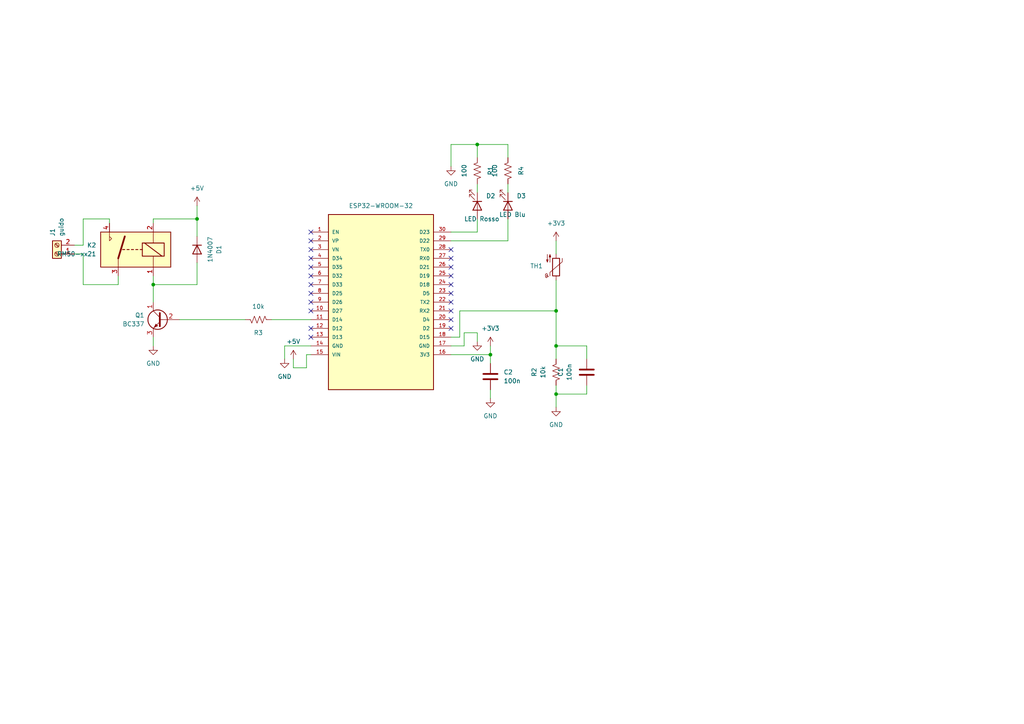
<source format=kicad_sch>
(kicad_sch (version 20230121) (generator eeschema)
  (paper "A4")
  (lib_symbols
    (symbol "Connector:Screw_Terminal_01x02" (pin_names (offset 1.016) hide)
      (property "Reference" "J" (at 0 2.54 0))
      (property "Value" "Screw_Terminal_01x02" (at 0 -5.08 0))
      (symbol "Screw_Terminal_01x02_1_1"
        (rectangle (start -1.27 1.27) (end 1.27 -3.81) (stroke (width 0.254)) (fill (type background)))
        (circle (center 0 -2.54) (radius 0.635) (stroke (width 0.1524)))
        (polyline (pts (xy -0.5334 -2.2098) (xy 0.3302 -3.048)) (stroke (width 0.1524)))
        (polyline (pts (xy -0.5334 0.3302) (xy 0.3302 -0.508)) (stroke (width 0.1524)))
        (polyline (pts (xy -0.3556 -2.032) (xy 0.508 -2.8702)) (stroke (width 0.1524)))
        (polyline (pts (xy -0.3556 0.508) (xy 0.508 -0.3302)) (stroke (width 0.1524)))
        (circle (center 0 0) (radius 0.635) (stroke (width 0.1524)))
        (pin passive line (at -5.08 0 0) (length 3.81) (name "Pin_1") (number "1"))
        (pin passive line (at -5.08 -2.54 0) (length 3.81) (name "Pin_2") (number "2"))
      )
    )
    (symbol "Device:C" (pin_numbers hide) (pin_names (offset 0.254))
      (property "Reference" "C" (at 0.635 2.54 0))
      (property "Value" "C" (at 0.635 -2.54 0))
      (symbol "C_0_1"
        (polyline (pts (xy -2.032 -0.762) (xy 2.032 -0.762)) (stroke (width 0.508)))
        (polyline (pts (xy -2.032 0.762) (xy 2.032 0.762)) (stroke (width 0.508)))
      )
      (symbol "C_1_1"
        (pin passive line (at 0 3.81 270) (length 2.794) (name "~") (number "1"))
        (pin passive line (at 0 -3.81 90) (length 2.794) (name "~") (number "2"))
      )
    )
    (symbol "Device:LED" (pin_numbers hide) (pin_names (offset 1.016) hide)
      (property "Reference" "D" (at 0 2.54 0))
      (property "Value" "LED" (at 0 -2.54 0))
      (symbol "LED_0_1"
        (polyline (pts (xy -1.27 -1.27) (xy -1.27 1.27)) (stroke (width 0.254)))
        (polyline (pts (xy -1.27 0) (xy 1.27 0)))
        (polyline (pts (xy 1.27 -1.27) (xy 1.27 1.27) (xy -1.27 0) (xy 1.27 -1.27)) (stroke (width 0.254)))
        (polyline (pts (xy -3.048 -0.762) (xy -4.572 -2.286) (xy -3.81 -2.286) (xy -4.572 -2.286) (xy -4.572 -1.524)))
        (polyline (pts (xy -1.778 -0.762) (xy -3.302 -2.286) (xy -2.54 -2.286) (xy -3.302 -2.286) (xy -3.302 -1.524)))
      )
      (symbol "LED_1_1"
        (pin passive line (at -3.81 0 0) (length 2.54) (name "K") (number "1"))
        (pin passive line (at 3.81 0 180) (length 2.54) (name "A") (number "2"))
      )
    )
    (symbol "Device:R_US" (pin_numbers hide) (pin_names (offset 0))
      (property "Reference" "R" (at 2.54 0 90))
      (property "Value" "R_US" (at -2.54 0 90))
      (symbol "R_US_0_1"
        (polyline (pts (xy 0 -2.286) (xy 0 -2.54)))
        (polyline (pts (xy 0 2.286) (xy 0 2.54)))
        (polyline (pts (xy 0 -0.762) (xy 1.016 -1.143) (xy 0 -1.524) (xy -1.016 -1.905) (xy 0 -2.286)))
        (polyline (pts (xy 0 0.762) (xy 1.016 0.381) (xy 0 0) (xy -1.016 -0.381) (xy 0 -0.762)))
        (polyline (pts (xy 0 2.286) (xy 1.016 1.905) (xy 0 1.524) (xy -1.016 1.143) (xy 0 0.762)))
      )
      (symbol "R_US_1_1"
        (pin passive line (at 0 3.81 270) (length 1.27) (name "~") (number "1"))
        (pin passive line (at 0 -3.81 90) (length 1.27) (name "~") (number "2"))
      )
    )
    (symbol "Device:Thermistor_NTC" (pin_numbers hide) (pin_names (offset 0))
      (property "Reference" "TH" (at -4.445 0 90))
      (property "Value" "Thermistor_NTC" (at 3.175 0 90))
      (symbol "Thermistor_NTC_0_1"
        (arc (start -3.048 2.159) (mid -3.0495 2.3143) (end -3.175 2.413))
        (arc (start -3.048 2.159) (mid -2.9736 1.9794) (end -2.794 1.905))
        (arc (start -3.048 2.794) (mid -2.9736 2.6144) (end -2.794 2.54))
        (arc (start -2.794 1.905) (mid -2.6144 1.9794) (end -2.54 2.159))
        (arc (start -2.794 2.54) (mid -2.4393 2.5587) (end -2.159 2.794))
        (arc (start -2.794 3.048) (mid -2.9736 2.9736) (end -3.048 2.794))
        (arc (start -2.54 2.794) (mid -2.6144 2.9736) (end -2.794 3.048))
        (rectangle (start -1.016 2.54) (end 1.016 -2.54) (stroke (width 0.254)))
        (polyline (pts (xy -2.54 2.159) (xy -2.54 2.794)))
        (polyline (pts (xy -1.778 2.54) (xy -1.778 1.524) (xy 1.778 -1.524) (xy 1.778 -2.54)))
        (polyline (pts (xy -2.54 -3.683) (xy -2.54 -1.397) (xy -2.794 -2.159) (xy -2.286 -2.159) (xy -2.54 -1.397) (xy -2.54 -1.651)) (fill (type outline)))
        (polyline (pts (xy -1.778 -1.397) (xy -1.778 -3.683) (xy -2.032 -2.921) (xy -1.524 -2.921) (xy -1.778 -3.683) (xy -1.778 -3.429)) (fill (type outline)))
      )
      (symbol "Thermistor_NTC_1_1"
        (pin passive line (at 0 3.81 270) (length 1.27) (name "~") (number "1"))
        (pin passive line (at 0 -3.81 90) (length 1.27) (name "~") (number "2"))
      )
    )
    (symbol "Diode:1N4007" (pin_numbers hide) (pin_names hide)
      (property "Reference" "D" (at 0 2.54 0))
      (property "Value" "1N4007" (at 0 -2.54 0))
      (symbol "1N4007_0_1"
        (polyline (pts (xy -1.27 1.27) (xy -1.27 -1.27)) (stroke (width 0.254)))
        (polyline (pts (xy 1.27 0) (xy -1.27 0)))
        (polyline (pts (xy 1.27 1.27) (xy 1.27 -1.27) (xy -1.27 0) (xy 1.27 1.27)) (stroke (width 0.254)))
      )
      (symbol "1N4007_1_1"
        (pin passive line (at -3.81 0 0) (length 2.54) (name "K") (number "1"))
        (pin passive line (at 3.81 0 180) (length 2.54) (name "A") (number "2"))
      )
    )
    (symbol "ESP32 Scuola:ESP32-WROOM-32" (pin_names (offset 1.016))
      (property "Value" "ESP32-WROOM-32" (at -8.89 12.7 0))
      (symbol "ESP32-WROOM-32_0_0"
        (rectangle (start -15.24 -25.4) (end 15.24 25.4) (stroke (width 0.254)) (fill (type background)))
        (pin input line (at -20.32 20.32 0) (length 5.08) (name "EN") (number "1"))
        (pin bidirectional line (at -20.32 -2.54 0) (length 5.08) (name "D27") (number "10"))
        (pin bidirectional line (at -20.32 -5.08 0) (length 5.08) (name "D14") (number "11"))
        (pin bidirectional line (at -20.32 -7.62 0) (length 5.08) (name "D12") (number "12"))
        (pin bidirectional line (at -20.32 -10.16 0) (length 5.08) (name "D13") (number "13"))
        (pin power_in line (at -20.32 -12.7 0) (length 5.08) (name "GND") (number "14"))
        (pin power_in line (at -20.32 -15.24 0) (length 5.08) (name "VIN") (number "15"))
        (pin power_in line (at 20.32 -15.24 180) (length 5.08) (name "3V3") (number "16"))
        (pin power_in line (at 20.32 -12.7 180) (length 5.08) (name "GND") (number "17"))
        (pin bidirectional line (at 20.32 -10.16 180) (length 5.08) (name "D15") (number "18"))
        (pin bidirectional line (at 20.32 -7.62 180) (length 5.08) (name "D2") (number "19"))
        (pin input line (at -20.32 17.78 0) (length 5.08) (name "VP") (number "2"))
        (pin bidirectional line (at 20.32 -5.08 180) (length 5.08) (name "D4") (number "20"))
        (pin input line (at 20.32 -2.54 180) (length 5.08) (name "RX2") (number "21"))
        (pin output line (at 20.32 0 180) (length 5.08) (name "TX2") (number "22"))
        (pin bidirectional line (at 20.32 2.54 180) (length 5.08) (name "D5") (number "23"))
        (pin bidirectional line (at 20.32 5.08 180) (length 5.08) (name "D18") (number "24"))
        (pin bidirectional line (at 20.32 7.62 180) (length 5.08) (name "D19") (number "25"))
        (pin bidirectional line (at 20.32 10.16 180) (length 5.08) (name "D21") (number "26"))
        (pin input line (at 20.32 12.7 180) (length 5.08) (name "RX0") (number "27"))
        (pin output line (at 20.32 15.24 180) (length 5.08) (name "TX0") (number "28"))
        (pin bidirectional line (at 20.32 17.78 180) (length 5.08) (name "D22") (number "29"))
        (pin input line (at -20.32 15.24 0) (length 5.08) (name "VN") (number "3"))
        (pin bidirectional line (at 20.32 20.32 180) (length 5.08) (name "D23") (number "30"))
        (pin bidirectional line (at -20.32 12.7 0) (length 5.08) (name "D34") (number "4"))
        (pin bidirectional line (at -20.32 10.16 0) (length 5.08) (name "D35") (number "5"))
        (pin bidirectional line (at -20.32 7.62 0) (length 5.08) (name "D32") (number "6"))
        (pin bidirectional line (at -20.32 5.08 0) (length 5.08) (name "D33") (number "7"))
        (pin bidirectional line (at -20.32 2.54 0) (length 5.08) (name "D25") (number "8"))
        (pin bidirectional line (at -20.32 0 0) (length 5.08) (name "D26") (number "9"))
      )
    )
    (symbol "Relay:RM50-xx21"
      (property "Reference" "K2" (at 11.43 1.27 0))
      (property "Value" "RM50-xx21" (at 11.43 -1.27 0))
      (symbol "RM50-xx21_0_1"
        (rectangle (start -10.16 5.08) (end 10.16 -5.08) (stroke (width 0.254)) (fill (type background)))
        (rectangle (start -8.255 1.905) (end -1.905 -1.905) (stroke (width 0.254)))
        (polyline (pts (xy -7.62 -1.905) (xy -2.54 1.905)) (stroke (width 0.254)))
        (polyline (pts (xy -5.08 -5.08) (xy -5.08 -1.905)))
        (polyline (pts (xy -5.08 5.08) (xy -5.08 1.905)))
        (polyline (pts (xy -1.905 0) (xy -1.27 0)) (stroke (width 0.254)))
        (polyline (pts (xy -0.635 0) (xy 0 0)) (stroke (width 0.254)))
        (polyline (pts (xy 0.635 0) (xy 1.27 0)) (stroke (width 0.254)))
        (polyline (pts (xy 1.905 0) (xy 2.54 0)) (stroke (width 0.254)))
        (polyline (pts (xy 3.175 0) (xy 3.81 0)) (stroke (width 0.254)))
        (polyline (pts (xy 5.08 -2.54) (xy 3.175 3.81)) (stroke (width 0.508)))
        (polyline (pts (xy 5.08 -2.54) (xy 5.08 -5.08)))
        (polyline (pts (xy 7.62 5.08) (xy 7.62 2.54) (xy 6.985 3.175) (xy 7.62 3.81)))
      )
      (symbol "RM50-xx21_1_1"
        (pin passive line (at -5.08 -7.62 90) (length 2.54) (name "~") (number "1"))
        (pin passive line (at -5.08 7.62 270) (length 2.54) (name "~") (number "2"))
        (pin passive line (at 5.08 -7.62 90) (length 2.54) (name "~") (number "3"))
        (pin passive line (at 7.62 7.62 270) (length 2.54) (name "~") (number "4"))
      )
    )
    (symbol "Transistor_BJT:BC337" (pin_names (offset 0) hide)
      (property "Reference" "Q" (at 5.08 1.905 0))
      (property "Value" "BC337" (at 5.08 0 0))
      (symbol "BC337_0_1"
        (polyline (pts (xy 0 0) (xy 0.635 0)))
        (polyline (pts (xy 0.635 0.635) (xy 2.54 2.54)))
        (polyline (pts (xy 0.635 -0.635) (xy 2.54 -2.54) (xy 2.54 -2.54)))
        (polyline (pts (xy 0.635 1.905) (xy 0.635 -1.905) (xy 0.635 -1.905)) (stroke (width 0.508)))
        (polyline (pts (xy 1.27 -1.778) (xy 1.778 -1.27) (xy 2.286 -2.286) (xy 1.27 -1.778) (xy 1.27 -1.778)) (fill (type outline)))
        (circle (center 1.27 0) (radius 2.8194) (stroke (width 0.254)))
      )
      (symbol "BC337_1_1"
        (pin passive line (at 2.54 5.08 270) (length 2.54) (name "C") (number "1"))
        (pin input line (at -5.08 0 0) (length 5.08) (name "B") (number "2"))
        (pin passive line (at 2.54 -5.08 90) (length 2.54) (name "E") (number "3"))
      )
    )
    (symbol "power:+3V3" (power) (pin_names (offset 0))
      (property "Value" "+3V3" (at 0 3.556 0))
      (symbol "+3V3_0_1"
        (polyline (pts (xy -0.762 1.27) (xy 0 2.54)))
        (polyline (pts (xy 0 0) (xy 0 2.54)))
        (polyline (pts (xy 0 2.54) (xy 0.762 1.27)))
      )
      (symbol "+3V3_1_1"
        (pin power_in line (at 0 0 90) (length 0) hide (name "+3V3") (number "1"))
      )
    )
    (symbol "power:+5V" (power) (pin_names (offset 0))
      (property "Value" "+5V" (at 0 3.556 0))
      (symbol "+5V_0_1"
        (polyline (pts (xy -0.762 1.27) (xy 0 2.54)))
        (polyline (pts (xy 0 0) (xy 0 2.54)))
        (polyline (pts (xy 0 2.54) (xy 0.762 1.27)))
      )
      (symbol "+5V_1_1"
        (pin power_in line (at 0 0 90) (length 0) hide (name "+5V") (number "1"))
      )
    )
    (symbol "power:GND" (power) (pin_names (offset 0))
      (property "Value" "GND" (at 0 -3.81 0))
      (symbol "GND_0_1"
        (polyline (pts (xy 0 0) (xy 0 -1.27) (xy 1.27 -1.27) (xy 0 -2.54) (xy -1.27 -1.27) (xy 0 -1.27)))
      )
      (symbol "GND_1_1"
        (pin power_in line (at 0 0 270) (length 0) hide (name "GND") (number "1"))
      )
    )
  )
  (junction (at 57.15 63.5))
  (junction (at 138.43 41.91))
  (junction (at 142.24 102.87))
  (junction (at 44.45 82.55))
  (junction (at 161.29 114.3))
  (junction (at 161.29 100.33))
  (junction (at 161.29 90.17))
  (no_connect (at 90.17 80.01))
  (no_connect (at 130.81 72.39))
  (no_connect (at 90.17 97.79))
  (no_connect (at 90.17 72.39))
  (no_connect (at 90.17 90.17))
  (no_connect (at 130.81 90.17))
  (no_connect (at 90.17 95.25))
  (no_connect (at 90.17 77.47))
  (no_connect (at 130.81 87.63))
  (no_connect (at 90.17 85.09))
  (no_connect (at 90.17 74.93))
  (no_connect (at 130.81 85.09))
  (no_connect (at 90.17 67.31))
  (no_connect (at 130.81 92.71))
  (no_connect (at 130.81 80.01))
  (no_connect (at 90.17 69.85))
  (no_connect (at 90.17 87.63))
  (no_connect (at 130.81 77.47))
  (no_connect (at 90.17 82.55))
  (no_connect (at 130.81 74.93))
  (no_connect (at 130.81 82.55))
  (no_connect (at 130.81 95.25))
  (wire (pts (xy 31.75 63.5) (xy 24.13 63.5)))
  (wire (pts (xy 21.59 71.12) (xy 24.13 71.12)))
  (wire (pts (xy 57.15 59.69) (xy 57.15 63.5)))
  (wire (pts (xy 85.09 106.68) (xy 88.9 106.68)))
  (wire (pts (xy 78.74 92.71) (xy 90.17 92.71)))
  (wire (pts (xy 161.29 90.17) (xy 161.29 100.33)))
  (wire (pts (xy 142.24 105.41) (xy 142.24 102.87)))
  (wire (pts (xy 138.43 55.88) (xy 138.43 53.34)))
  (wire (pts (xy 138.43 41.91) (xy 130.81 41.91)))
  (wire (pts (xy 134.62 96.52) (xy 138.43 96.52)))
  (wire (pts (xy 85.09 106.68) (xy 85.09 104.14)))
  (wire (pts (xy 71.12 92.71) (xy 52.07 92.71)))
  (wire (pts (xy 24.13 71.12) (xy 24.13 63.5)))
  (wire (pts (xy 130.81 97.79) (xy 133.35 97.79)))
  (wire (pts (xy 138.43 96.52) (xy 138.43 99.06)))
  (wire (pts (xy 161.29 114.3) (xy 161.29 118.11)))
  (wire (pts (xy 133.35 97.79) (xy 133.35 90.17)))
  (wire (pts (xy 24.13 73.66) (xy 24.13 82.55)))
  (wire (pts (xy 57.15 82.55) (xy 44.45 82.55)))
  (wire (pts (xy 138.43 41.91) (xy 147.32 41.91)))
  (wire (pts (xy 57.15 63.5) (xy 44.45 63.5)))
  (wire (pts (xy 134.62 100.33) (xy 134.62 96.52)))
  (wire (pts (xy 31.75 64.77) (xy 31.75 63.5)))
  (wire (pts (xy 161.29 73.66) (xy 161.29 69.85)))
  (wire (pts (xy 57.15 76.2) (xy 57.15 82.55)))
  (wire (pts (xy 170.18 100.33) (xy 161.29 100.33)))
  (wire (pts (xy 161.29 111.76) (xy 161.29 114.3)))
  (wire (pts (xy 88.9 106.68) (xy 88.9 102.87)))
  (wire (pts (xy 44.45 82.55) (xy 44.45 87.63)))
  (wire (pts (xy 161.29 81.28) (xy 161.29 90.17)))
  (wire (pts (xy 44.45 80.01) (xy 44.45 82.55)))
  (wire (pts (xy 142.24 100.33) (xy 142.24 102.87)))
  (wire (pts (xy 82.55 104.14) (xy 82.55 100.33)))
  (wire (pts (xy 44.45 63.5) (xy 44.45 64.77)))
  (wire (pts (xy 34.29 82.55) (xy 34.29 80.01)))
  (wire (pts (xy 147.32 63.5) (xy 147.32 69.85)))
  (wire (pts (xy 130.81 69.85) (xy 147.32 69.85)))
  (wire (pts (xy 142.24 113.03) (xy 142.24 115.57)))
  (wire (pts (xy 88.9 102.87) (xy 90.17 102.87)))
  (wire (pts (xy 138.43 63.5) (xy 138.43 67.31)))
  (wire (pts (xy 44.45 97.79) (xy 44.45 100.33)))
  (wire (pts (xy 161.29 100.33) (xy 161.29 104.14)))
  (wire (pts (xy 21.59 73.66) (xy 24.13 73.66)))
  (wire (pts (xy 147.32 45.72) (xy 147.32 41.91)))
  (wire (pts (xy 147.32 55.88) (xy 147.32 53.34)))
  (wire (pts (xy 130.81 67.31) (xy 138.43 67.31)))
  (wire (pts (xy 130.81 41.91) (xy 130.81 48.26)))
  (wire (pts (xy 170.18 100.33) (xy 170.18 104.14)))
  (wire (pts (xy 170.18 111.76) (xy 170.18 114.3)))
  (wire (pts (xy 82.55 100.33) (xy 90.17 100.33)))
  (wire (pts (xy 57.15 63.5) (xy 57.15 68.58)))
  (wire (pts (xy 24.13 82.55) (xy 34.29 82.55)))
  (wire (pts (xy 138.43 45.72) (xy 138.43 41.91)))
  (wire (pts (xy 133.35 90.17) (xy 161.29 90.17)))
  (wire (pts (xy 170.18 114.3) (xy 161.29 114.3)))
  (wire (pts (xy 130.81 102.87) (xy 142.24 102.87)))
  (wire (pts (xy 130.81 100.33) (xy 134.62 100.33)))
  (symbol (lib_id "Device:C") (at 142.24 109.22 0) (unit 1)
    (property "Reference" "C2" (at 146.05 107.95 0) (effects (justify left)))
    (property "Value" "100n" (at 146.05 110.49 0) (effects (justify left)))
    (property "Footprint" "Capacitor_THT:C_Disc_D7.0mm_W2.5mm_P5.00mm" (effects hide))
  )
  (symbol (lib_id "power:+3V3") (at 142.24 100.33 0) (unit 1)
    (property "Reference" "#PWR01" (effects hide))
    (property "Value" "+3V3" (at 142.24 95.25 0))
  )
  (symbol (lib_id "Device:Thermistor_NTC") (at 161.29 77.47 0) (mirror x) (unit 1)
    (property "Reference" "TH1" (at 157.48 77.1525 0) (effects (justify right)))
    (property "Value" "Thermistor_NTC" (effects hide))
    (property "Footprint" "Resistor_THT:R_Axial_DIN0207_L6.3mm_D2.5mm_P5.08mm_Vertical" (effects hide))
  )
  (symbol (lib_id "Device:LED") (at 147.32 59.69 270) (unit 1)
    (property "Reference" "D3" (at 149.86 56.8325 90) (effects (justify left)))
    (property "Value" "LED Blu" (at 144.78 62.23 90) (effects (justify left)))
    (property "Footprint" "LED_THT:LED_D5.0mm" (effects hide))
  )
  (symbol (lib_id "power:GND") (at 82.55 104.14 0) (unit 1)
    (property "Reference" "#PWR02" (effects hide))
    (property "Value" "GND" (at 82.55 109.22 0))
  )
  (symbol (lib_id "Relay:RM50-xx21") (at 39.37 72.39 0) (mirror y) (unit 1)
    (property "Reference" "K2" (at 27.94 71.12 0) (effects (justify left)))
    (property "Value" "RM50-xx21" (at 27.94 73.66 0) (effects (justify left)))
    (property "Footprint" "TPSE:Relè_HF33F_CodiceRS_176-2640" (effects hide))
    (property "Datasheet" "http://www.relpol.pl/en/content/download/13683/165953/file/e_RM50.pdf" (effects hide))
  )
  (symbol (lib_id "power:+5V") (at 85.09 104.14 0) (unit 1)
    (property "Reference" "#PWR06" (effects hide))
    (property "Value" "+5V" (at 85.09 99.06 0))
  )
  (symbol (lib_id "ESP32 Scuola:ESP32-WROOM-32") (at 110.49 87.63 0) (unit 1)
    (property "Reference" "S1" (effects hide))
    (property "Value" "ESP32-WROOM-32" (at 110.49 59.69 0))
    (property "Footprint" "MODULE_ESP32-WROOM-32" (effects hide))
    (property "PARTREV" "N/A" (effects hide))
    (property "MANUFACTURER" "ESP32S" (effects hide))
    (property "STANDARD" "Manufacturer Recommendations" (effects hide))
  )
  (symbol (lib_id "Device:R_US") (at 74.93 92.71 90) (mirror x) (unit 1)
    (property "Reference" "R3" (at 74.93 96.52 90))
    (property "Value" "10k" (at 74.93 88.9 90))
    (property "Footprint" "Resistor_THT:R_Axial_DIN0411_L9.9mm_D3.6mm_P15.24mm_Horizontal" (effects hide))
  )
  (symbol (lib_id "power:+3V3") (at 161.29 69.85 0) (mirror y) (unit 1)
    (property "Reference" "#PWR07" (effects hide))
    (property "Value" "+3V3" (at 161.29 64.77 0))
  )
  (symbol (lib_id "power:+5V") (at 57.15 59.69 0) (mirror y) (unit 1)
    (property "Reference" "#PWR08" (effects hide))
    (property "Value" "+5V" (at 57.15 54.61 0))
  )
  (symbol (lib_id "Device:C") (at 170.18 107.95 0) (mirror y) (unit 1)
    (property "Reference" "C1" (at 162.56 107.95 90))
    (property "Value" "100n" (at 165.1 107.95 90))
    (property "Footprint" "Capacitor_THT:C_Disc_D7.0mm_W2.5mm_P5.00mm" (effects hide))
  )
  (symbol (lib_id "Device:R_US") (at 147.32 49.53 0) (mirror x) (unit 1)
    (property "Reference" "R4" (at 151.13 49.53 90))
    (property "Value" "100" (at 143.51 49.53 90))
    (property "Footprint" "Resistor_THT:R_Axial_DIN0411_L9.9mm_D3.6mm_P15.24mm_Horizontal" (effects hide))
  )
  (symbol (lib_id "Connector:Screw_Terminal_01x02") (at 16.51 73.66 180) (unit 1)
    (property "Reference" "J1" (at 15.24 68.58 90) (effects (justify right)))
    (property "Value" "guido" (at 17.78 68.58 90) (effects (justify right)))
    (property "Footprint" "TerminalBlock:TerminalBlock_bornier-2_P5.08mm" (effects hide))
  )
  (symbol (lib_id "power:GND") (at 161.29 118.11 0) (mirror y) (unit 1)
    (property "Reference" "#PWR03" (effects hide))
    (property "Value" "GND" (at 161.29 123.19 0))
  )
  (symbol (lib_id "Device:R_US") (at 138.43 49.53 0) (mirror x) (unit 1)
    (property "Reference" "R1" (at 142.24 49.53 90))
    (property "Value" "100" (at 134.62 49.53 90))
    (property "Footprint" "Resistor_THT:R_Axial_DIN0411_L9.9mm_D3.6mm_P15.24mm_Horizontal" (effects hide))
  )
  (symbol (lib_id "power:GND") (at 130.81 48.26 0) (mirror y) (unit 1)
    (property "Reference" "#PWR013" (effects hide))
    (property "Value" "GND" (at 130.81 53.34 0))
  )
  (symbol (lib_id "Transistor_BJT:BC337") (at 46.99 92.71 0) (mirror y) (unit 1)
    (property "Reference" "Q1" (at 41.91 91.44 0) (effects (justify left)))
    (property "Value" "BC337" (at 41.91 93.98 0) (effects (justify left)))
    (property "Footprint" "Package_TO_SOT_THT:TO-92L_Inline_Wide" (effects hide))
    (property "Datasheet" "https://diotec.com/tl_files/diotec/files/pdf/datasheets/bc337.pdf" (effects hide))
  )
  (symbol (lib_id "Diode:1N4007") (at 57.15 72.39 270) (unit 1)
    (property "Reference" "D1" (at 63.5 72.39 0))
    (property "Value" "1N4007" (at 60.96 72.39 0))
    (property "Footprint" "Diode_THT:D_DO-41_SOD81_P10.16mm_Horizontal" (effects hide))
    (property "Datasheet" "http://www.vishay.com/docs/88503/1n4001.pdf" (effects hide))
    (property "Sim.Device" "D" (effects hide))
    (property "Sim.Pins" "1=K 2=A" (effects hide))
  )
  (symbol (lib_id "Device:R_US") (at 161.29 107.95 0) (mirror x) (unit 1)
    (property "Reference" "R2" (at 154.94 107.95 90))
    (property "Value" "10k" (at 157.48 107.95 90))
    (property "Footprint" "Resistor_THT:R_Axial_DIN0411_L9.9mm_D3.6mm_P15.24mm_Horizontal" (effects hide))
  )
  (symbol (lib_id "power:GND") (at 44.45 100.33 0) (mirror y) (unit 1)
    (property "Reference" "#PWR04" (effects hide))
    (property "Value" "GND" (at 44.45 105.41 0))
  )
  (symbol (lib_id "power:GND") (at 142.24 115.57 0) (unit 1)
    (property "Reference" "#PWR05" (effects hide))
    (property "Value" "GND" (at 142.24 120.65 0))
  )
  (symbol (lib_id "Device:LED") (at 138.43 59.69 270) (unit 1)
    (property "Reference" "D2" (at 140.97 56.8325 90) (effects (justify left)))
    (property "Value" "LED Rosso" (at 134.62 63.5 90) (effects (justify left)))
    (property "Footprint" "LED_THT:LED_D5.0mm" (effects hide))
  )
  (symbol (lib_id "power:GND") (at 138.43 99.06 0) (unit 1)
    (property "Reference" "#PWR012" (effects hide))
    (property "Value" "GND" (at 138.43 104.14 0))
  )
)
</source>
